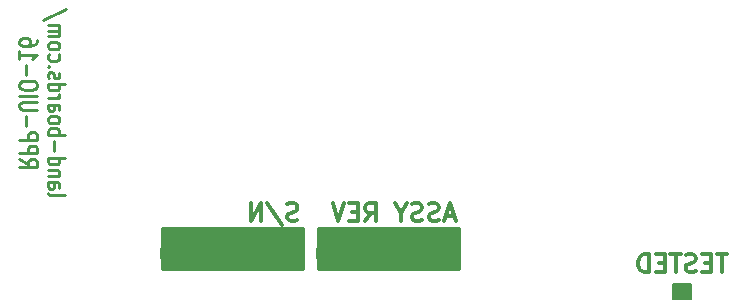
<source format=gbo>
G04 (created by PCBNEW (2013-07-07 BZR 4022)-stable) date 3/5/2015 7:40:27 AM*
%MOIN*%
G04 Gerber Fmt 3.4, Leading zero omitted, Abs format*
%FSLAX34Y34*%
G01*
G70*
G90*
G04 APERTURE LIST*
%ADD10C,0.00590551*%
%ADD11C,0.011811*%
%ADD12C,0.00787402*%
%ADD13C,0.01125*%
%ADD14C,0.025*%
%ADD15C,0.015*%
G04 APERTURE END LIST*
G54D10*
G54D11*
X24504Y-17448D02*
X24167Y-17448D01*
X24335Y-18039D02*
X24335Y-17448D01*
X23970Y-17729D02*
X23773Y-17729D01*
X23688Y-18039D02*
X23970Y-18039D01*
X23970Y-17448D01*
X23688Y-17448D01*
X23464Y-18010D02*
X23379Y-18039D01*
X23239Y-18039D01*
X23182Y-18010D01*
X23154Y-17982D01*
X23126Y-17926D01*
X23126Y-17870D01*
X23154Y-17814D01*
X23182Y-17785D01*
X23239Y-17757D01*
X23351Y-17729D01*
X23407Y-17701D01*
X23435Y-17673D01*
X23464Y-17617D01*
X23464Y-17560D01*
X23435Y-17504D01*
X23407Y-17476D01*
X23351Y-17448D01*
X23210Y-17448D01*
X23126Y-17476D01*
X22957Y-17448D02*
X22620Y-17448D01*
X22789Y-18039D02*
X22789Y-17448D01*
X22423Y-17729D02*
X22226Y-17729D01*
X22142Y-18039D02*
X22423Y-18039D01*
X22423Y-17448D01*
X22142Y-17448D01*
X21889Y-18039D02*
X21889Y-17448D01*
X21748Y-17448D01*
X21664Y-17476D01*
X21607Y-17532D01*
X21579Y-17589D01*
X21551Y-17701D01*
X21551Y-17785D01*
X21579Y-17898D01*
X21607Y-17954D01*
X21664Y-18010D01*
X21748Y-18039D01*
X21889Y-18039D01*
G54D12*
X23300Y-18900D02*
X23250Y-18900D01*
X22700Y-18900D02*
X23300Y-18900D01*
X22700Y-18800D02*
X22700Y-18900D01*
X23300Y-18800D02*
X22700Y-18800D01*
X23300Y-18700D02*
X23300Y-18800D01*
X22700Y-18700D02*
X23300Y-18700D01*
X22700Y-18600D02*
X22700Y-18700D01*
X23300Y-18600D02*
X22700Y-18600D01*
X23300Y-18500D02*
X23300Y-18600D01*
X22700Y-18500D02*
X23300Y-18500D01*
X23300Y-18850D02*
X22700Y-18850D01*
X23300Y-18750D02*
X23300Y-18850D01*
X22700Y-18750D02*
X23300Y-18750D01*
X22700Y-18650D02*
X22700Y-18750D01*
X23300Y-18650D02*
X22700Y-18650D01*
X23300Y-18550D02*
X23300Y-18650D01*
X22700Y-18550D02*
X23300Y-18550D01*
X22700Y-18450D02*
X22700Y-18550D01*
X22700Y-18950D02*
X22700Y-18450D01*
X23300Y-18950D02*
X22700Y-18950D01*
X23300Y-18450D02*
X23300Y-18950D01*
X22700Y-18450D02*
X23300Y-18450D01*
G54D13*
X1860Y-15410D02*
X1889Y-15453D01*
X1945Y-15475D01*
X2451Y-15475D01*
X1860Y-15046D02*
X2170Y-15046D01*
X2226Y-15067D01*
X2254Y-15110D01*
X2254Y-15196D01*
X2226Y-15239D01*
X1889Y-15046D02*
X1860Y-15089D01*
X1860Y-15196D01*
X1889Y-15239D01*
X1945Y-15260D01*
X2001Y-15260D01*
X2057Y-15239D01*
X2085Y-15196D01*
X2085Y-15089D01*
X2114Y-15046D01*
X2254Y-14832D02*
X1860Y-14832D01*
X2198Y-14832D02*
X2226Y-14810D01*
X2254Y-14767D01*
X2254Y-14703D01*
X2226Y-14660D01*
X2170Y-14639D01*
X1860Y-14639D01*
X1860Y-14232D02*
X2451Y-14232D01*
X1889Y-14232D02*
X1860Y-14275D01*
X1860Y-14360D01*
X1889Y-14403D01*
X1917Y-14425D01*
X1973Y-14446D01*
X2142Y-14446D01*
X2198Y-14425D01*
X2226Y-14403D01*
X2254Y-14360D01*
X2254Y-14275D01*
X2226Y-14232D01*
X2085Y-14017D02*
X2085Y-13675D01*
X1860Y-13460D02*
X2451Y-13460D01*
X2226Y-13460D02*
X2254Y-13417D01*
X2254Y-13332D01*
X2226Y-13289D01*
X2198Y-13267D01*
X2142Y-13246D01*
X1973Y-13246D01*
X1917Y-13267D01*
X1889Y-13289D01*
X1860Y-13332D01*
X1860Y-13417D01*
X1889Y-13460D01*
X1860Y-12989D02*
X1889Y-13032D01*
X1917Y-13053D01*
X1973Y-13075D01*
X2142Y-13075D01*
X2198Y-13053D01*
X2226Y-13032D01*
X2254Y-12989D01*
X2254Y-12925D01*
X2226Y-12882D01*
X2198Y-12860D01*
X2142Y-12839D01*
X1973Y-12839D01*
X1917Y-12860D01*
X1889Y-12882D01*
X1860Y-12925D01*
X1860Y-12989D01*
X1860Y-12453D02*
X2170Y-12453D01*
X2226Y-12475D01*
X2254Y-12517D01*
X2254Y-12603D01*
X2226Y-12646D01*
X1889Y-12453D02*
X1860Y-12496D01*
X1860Y-12603D01*
X1889Y-12646D01*
X1945Y-12667D01*
X2001Y-12667D01*
X2057Y-12646D01*
X2085Y-12603D01*
X2085Y-12496D01*
X2114Y-12453D01*
X1860Y-12239D02*
X2254Y-12239D01*
X2142Y-12239D02*
X2198Y-12217D01*
X2226Y-12196D01*
X2254Y-12153D01*
X2254Y-12110D01*
X1860Y-11767D02*
X2451Y-11767D01*
X1889Y-11767D02*
X1860Y-11810D01*
X1860Y-11896D01*
X1889Y-11939D01*
X1917Y-11960D01*
X1973Y-11982D01*
X2142Y-11982D01*
X2198Y-11960D01*
X2226Y-11939D01*
X2254Y-11896D01*
X2254Y-11810D01*
X2226Y-11767D01*
X1889Y-11575D02*
X1860Y-11532D01*
X1860Y-11446D01*
X1889Y-11403D01*
X1945Y-11382D01*
X1973Y-11382D01*
X2029Y-11403D01*
X2057Y-11446D01*
X2057Y-11510D01*
X2085Y-11553D01*
X2142Y-11575D01*
X2170Y-11575D01*
X2226Y-11553D01*
X2254Y-11510D01*
X2254Y-11446D01*
X2226Y-11403D01*
X1917Y-11189D02*
X1889Y-11167D01*
X1860Y-11189D01*
X1889Y-11210D01*
X1917Y-11189D01*
X1860Y-11189D01*
X1889Y-10782D02*
X1860Y-10824D01*
X1860Y-10910D01*
X1889Y-10953D01*
X1917Y-10974D01*
X1973Y-10996D01*
X2142Y-10996D01*
X2198Y-10974D01*
X2226Y-10953D01*
X2254Y-10910D01*
X2254Y-10824D01*
X2226Y-10782D01*
X1860Y-10524D02*
X1889Y-10567D01*
X1917Y-10589D01*
X1973Y-10610D01*
X2142Y-10610D01*
X2198Y-10589D01*
X2226Y-10567D01*
X2254Y-10524D01*
X2254Y-10460D01*
X2226Y-10417D01*
X2198Y-10396D01*
X2142Y-10374D01*
X1973Y-10374D01*
X1917Y-10396D01*
X1889Y-10417D01*
X1860Y-10460D01*
X1860Y-10524D01*
X1860Y-10182D02*
X2254Y-10182D01*
X2198Y-10182D02*
X2226Y-10160D01*
X2254Y-10117D01*
X2254Y-10053D01*
X2226Y-10010D01*
X2170Y-9989D01*
X1860Y-9989D01*
X2170Y-9989D02*
X2226Y-9967D01*
X2254Y-9924D01*
X2254Y-9860D01*
X2226Y-9817D01*
X2170Y-9796D01*
X1860Y-9796D01*
X2479Y-9260D02*
X1720Y-9646D01*
X921Y-14275D02*
X1202Y-14425D01*
X921Y-14532D02*
X1512Y-14532D01*
X1512Y-14360D01*
X1484Y-14317D01*
X1456Y-14296D01*
X1399Y-14275D01*
X1315Y-14275D01*
X1259Y-14296D01*
X1231Y-14317D01*
X1202Y-14360D01*
X1202Y-14532D01*
X921Y-14082D02*
X1512Y-14082D01*
X1512Y-13910D01*
X1484Y-13867D01*
X1456Y-13846D01*
X1399Y-13825D01*
X1315Y-13825D01*
X1259Y-13846D01*
X1231Y-13867D01*
X1202Y-13910D01*
X1202Y-14082D01*
X921Y-13632D02*
X1512Y-13632D01*
X1512Y-13460D01*
X1484Y-13417D01*
X1456Y-13396D01*
X1399Y-13375D01*
X1315Y-13375D01*
X1259Y-13396D01*
X1231Y-13417D01*
X1202Y-13460D01*
X1202Y-13632D01*
X1146Y-13182D02*
X1146Y-12839D01*
X1512Y-12625D02*
X1034Y-12625D01*
X977Y-12603D01*
X949Y-12582D01*
X921Y-12539D01*
X921Y-12453D01*
X949Y-12410D01*
X977Y-12389D01*
X1034Y-12367D01*
X1512Y-12367D01*
X921Y-12153D02*
X1512Y-12153D01*
X1512Y-11853D02*
X1512Y-11767D01*
X1484Y-11724D01*
X1427Y-11682D01*
X1315Y-11660D01*
X1118Y-11660D01*
X1006Y-11682D01*
X949Y-11724D01*
X921Y-11767D01*
X921Y-11853D01*
X949Y-11896D01*
X1006Y-11939D01*
X1118Y-11960D01*
X1315Y-11960D01*
X1427Y-11939D01*
X1484Y-11896D01*
X1512Y-11853D01*
X1146Y-11467D02*
X1146Y-11124D01*
X921Y-10674D02*
X921Y-10932D01*
X921Y-10803D02*
X1512Y-10803D01*
X1427Y-10846D01*
X1371Y-10889D01*
X1343Y-10932D01*
X1512Y-10289D02*
X1512Y-10374D01*
X1484Y-10417D01*
X1456Y-10439D01*
X1371Y-10482D01*
X1259Y-10503D01*
X1034Y-10503D01*
X977Y-10482D01*
X949Y-10460D01*
X921Y-10417D01*
X921Y-10332D01*
X949Y-10289D01*
X977Y-10267D01*
X1034Y-10246D01*
X1174Y-10246D01*
X1231Y-10267D01*
X1259Y-10289D01*
X1287Y-10332D01*
X1287Y-10417D01*
X1259Y-10460D01*
X1231Y-10482D01*
X1174Y-10503D01*
G54D11*
X15405Y-16170D02*
X15124Y-16170D01*
X15461Y-16339D02*
X15265Y-15748D01*
X15068Y-16339D01*
X14899Y-16310D02*
X14815Y-16339D01*
X14674Y-16339D01*
X14618Y-16310D01*
X14590Y-16282D01*
X14562Y-16226D01*
X14562Y-16170D01*
X14590Y-16114D01*
X14618Y-16085D01*
X14674Y-16057D01*
X14787Y-16029D01*
X14843Y-16001D01*
X14871Y-15973D01*
X14899Y-15917D01*
X14899Y-15860D01*
X14871Y-15804D01*
X14843Y-15776D01*
X14787Y-15748D01*
X14646Y-15748D01*
X14562Y-15776D01*
X14337Y-16310D02*
X14252Y-16339D01*
X14112Y-16339D01*
X14055Y-16310D01*
X14027Y-16282D01*
X13999Y-16226D01*
X13999Y-16170D01*
X14027Y-16114D01*
X14055Y-16085D01*
X14112Y-16057D01*
X14224Y-16029D01*
X14280Y-16001D01*
X14308Y-15973D01*
X14337Y-15917D01*
X14337Y-15860D01*
X14308Y-15804D01*
X14280Y-15776D01*
X14224Y-15748D01*
X14084Y-15748D01*
X13999Y-15776D01*
X13634Y-16057D02*
X13634Y-16339D01*
X13830Y-15748D02*
X13634Y-16057D01*
X13437Y-15748D01*
X12452Y-16339D02*
X12649Y-16057D01*
X12790Y-16339D02*
X12790Y-15748D01*
X12565Y-15748D01*
X12509Y-15776D01*
X12481Y-15804D01*
X12452Y-15860D01*
X12452Y-15945D01*
X12481Y-16001D01*
X12509Y-16029D01*
X12565Y-16057D01*
X12790Y-16057D01*
X12199Y-16029D02*
X12003Y-16029D01*
X11918Y-16339D02*
X12199Y-16339D01*
X12199Y-15748D01*
X11918Y-15748D01*
X11749Y-15748D02*
X11553Y-16339D01*
X11356Y-15748D01*
X10187Y-16310D02*
X10103Y-16339D01*
X9962Y-16339D01*
X9906Y-16310D01*
X9878Y-16282D01*
X9849Y-16226D01*
X9849Y-16170D01*
X9878Y-16114D01*
X9906Y-16085D01*
X9962Y-16057D01*
X10074Y-16029D01*
X10131Y-16001D01*
X10159Y-15973D01*
X10187Y-15917D01*
X10187Y-15860D01*
X10159Y-15804D01*
X10131Y-15776D01*
X10074Y-15748D01*
X9934Y-15748D01*
X9849Y-15776D01*
X9175Y-15720D02*
X9681Y-16479D01*
X8978Y-16339D02*
X8978Y-15748D01*
X8640Y-16339D01*
X8640Y-15748D01*
G54D14*
X10300Y-16800D02*
X5800Y-16800D01*
X5800Y-16800D02*
X5800Y-17050D01*
X5800Y-17050D02*
X10300Y-17050D01*
X10300Y-17050D02*
X10300Y-17300D01*
X10300Y-17300D02*
X5750Y-17300D01*
X5750Y-17300D02*
X5750Y-17550D01*
X5750Y-17550D02*
X10300Y-17550D01*
X10300Y-17550D02*
X10300Y-17750D01*
X10300Y-17750D02*
X5800Y-17750D01*
G54D15*
X5700Y-16600D02*
X10350Y-16600D01*
X10350Y-16600D02*
X10350Y-17900D01*
X10350Y-17900D02*
X5700Y-17900D01*
X5700Y-17900D02*
X5700Y-16600D01*
G54D14*
X15500Y-16800D02*
X11000Y-16800D01*
X11000Y-16800D02*
X11000Y-17050D01*
X11000Y-17050D02*
X15500Y-17050D01*
X15500Y-17050D02*
X15500Y-17300D01*
X15500Y-17300D02*
X10950Y-17300D01*
X10950Y-17300D02*
X10950Y-17550D01*
X10950Y-17550D02*
X15500Y-17550D01*
X15500Y-17550D02*
X15500Y-17750D01*
X15500Y-17750D02*
X11000Y-17750D01*
G54D15*
X10900Y-16600D02*
X15550Y-16600D01*
X15550Y-16600D02*
X15550Y-17900D01*
X15550Y-17900D02*
X10900Y-17900D01*
X10900Y-17900D02*
X10900Y-16600D01*
M02*

</source>
